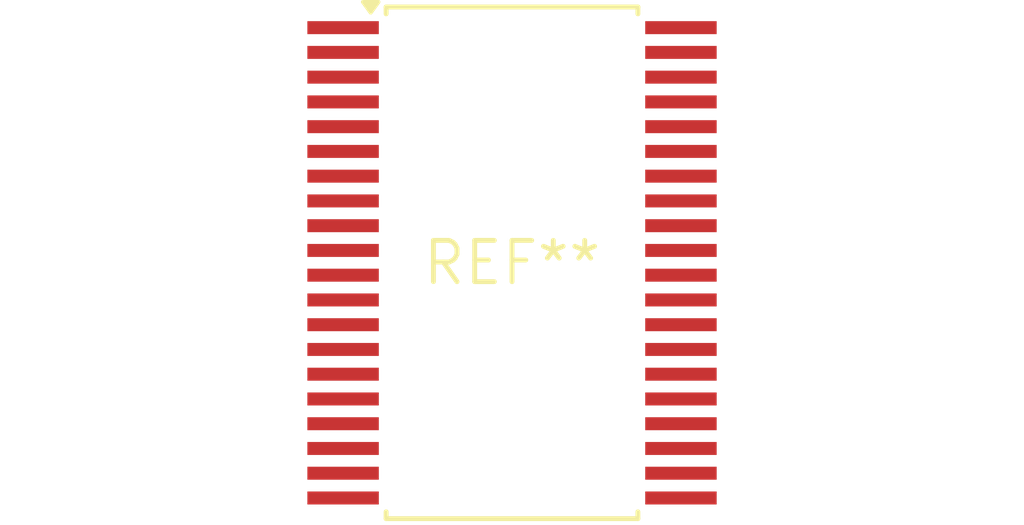
<source format=kicad_pcb>
(kicad_pcb (version 20240108) (generator pcbnew)
  (layers (0 "F.Cu" signal) (31 "B.Cu" signal) (34 "B.Paste" user) (35 "F.Paste" user) (36 "B.SilkS" user "B.Silkscreen") (37 "F.SilkS" user "F.Silkscreen") (38 "B.Mask" user) (39 "F.Mask" user) (44 "Edge.Cuts" user))
  (net 0 "")
  (footprint "VSO-40_7.6x15.4mm_P0.762mm" (layer "F.Cu") (at 0 0)
    (property "Reference" "REF**")
    (property "Value" "VSO-40_7.6x15.4mm_P0.762mm")
    (fp_line (start -3.875 -7.875) (end -3.875 -7.664) (layer "F.SilkS") (stroke (width 0.15)))
    (fp_line (start -3.875 -7.875) (end 3.875 -7.875) (layer "F.SilkS") (stroke (width 0.15)))
    (fp_line (start -3.875 7.875) (end -3.875 7.664) (layer "F.SilkS") (stroke (width 0.15)))
    (fp_line (start -3.875 7.875) (end 3.875 7.875) (layer "F.SilkS") (stroke (width 0.15)))
    (fp_line (start 3.875 -7.875) (end 3.875 -7.664) (layer "F.SilkS") (stroke (width 0.15)))
    (fp_line (start 3.875 7.875) (end 3.875 7.664) (layer "F.SilkS") (stroke (width 0.15)))
    (fp_poly (pts (xy -4.35 -7.7) (xy -4.59 -8.03) (xy -4.11 -8.03) (xy -4.35 -7.7)) (layer "F.SilkS") (stroke (width 0.12)) (fill solid))
    (pad "1" smd rect (at -5.2 -7.239) (size 2.2 0.4) (layers "F.Cu" "F.Paste" "F.Mask"))
    (pad "2" smd rect (at -5.2 -6.477) (size 2.2 0.4) (layers "F.Cu" "F.Paste" "F.Mask"))
    (pad "3" smd rect (at -5.2 -5.715) (size 2.2 0.4) (layers "F.Cu" "F.Paste" "F.Mask"))
    (pad "4" smd rect (at -5.2 -4.953) (size 2.2 0.4) (layers "F.Cu" "F.Paste" "F.Mask"))
    (pad "5" smd rect (at -5.2 -4.191) (size 2.2 0.4) (layers "F.Cu" "F.Paste" "F.Mask"))
    (pad "6" smd rect (at -5.2 -3.429) (size 2.2 0.4) (layers "F.Cu" "F.Paste" "F.Mask"))
    (pad "7" smd rect (at -5.2 -2.667) (size 2.2 0.4) (layers "F.Cu" "F.Paste" "F.Mask"))
    (pad "8" smd rect (at -5.2 -1.905) (size 2.2 0.4) (layers "F.Cu" "F.Paste" "F.Mask"))
    (pad "9" smd rect (at -5.2 -1.143) (size 2.2 0.4) (layers "F.Cu" "F.Paste" "F.Mask"))
    (pad "10" smd rect (at -5.2 -0.381) (size 2.2 0.4) (layers "F.Cu" "F.Paste" "F.Mask"))
    (pad "11" smd rect (at -5.2 0.381) (size 2.2 0.4) (layers "F.Cu" "F.Paste" "F.Mask"))
    (pad "12" smd rect (at -5.2 1.143) (size 2.2 0.4) (layers "F.Cu" "F.Paste" "F.Mask"))
    (pad "13" smd rect (at -5.2 1.905) (size 2.2 0.4) (layers "F.Cu" "F.Paste" "F.Mask"))
    (pad "14" smd rect (at -5.2 2.667) (size 2.2 0.4) (layers "F.Cu" "F.Paste" "F.Mask"))
    (pad "15" smd rect (at -5.2 3.429) (size 2.2 0.4) (layers "F.Cu" "F.Paste" "F.Mask"))
    (pad "16" smd rect (at -5.2 4.191) (size 2.2 0.4) (layers "F.Cu" "F.Paste" "F.Mask"))
    (pad "17" smd rect (at -5.2 4.953) (size 2.2 0.4) (layers "F.Cu" "F.Paste" "F.Mask"))
    (pad "18" smd rect (at -5.2 5.715) (size 2.2 0.4) (layers "F.Cu" "F.Paste" "F.Mask"))
    (pad "19" smd rect (at -5.2 6.477) (size 2.2 0.4) (layers "F.Cu" "F.Paste" "F.Mask"))
    (pad "20" smd rect (at -5.2 7.239) (size 2.2 0.4) (layers "F.Cu" "F.Paste" "F.Mask"))
    (pad "21" smd rect (at 5.2 7.239) (size 2.2 0.4) (layers "F.Cu" "F.Paste" "F.Mask"))
    (pad "22" smd rect (at 5.2 6.477) (size 2.2 0.4) (layers "F.Cu" "F.Paste" "F.Mask"))
    (pad "23" smd rect (at 5.2 5.715) (size 2.2 0.4) (layers "F.Cu" "F.Paste" "F.Mask"))
    (pad "24" smd rect (at 5.2 4.953) (size 2.2 0.4) (layers "F.Cu" "F.Paste" "F.Mask"))
    (pad "25" smd rect (at 5.2 4.191) (size 2.2 0.4) (layers "F.Cu" "F.Paste" "F.Mask"))
    (pad "26" smd rect (at 5.2 3.429) (size 2.2 0.4) (layers "F.Cu" "F.Paste" "F.Mask"))
    (pad "27" smd rect (at 5.2 2.667) (size 2.2 0.4) (layers "F.Cu" "F.Paste" "F.Mask"))
    (pad "28" smd rect (at 5.2 1.905) (size 2.2 0.4) (layers "F.Cu" "F.Paste" "F.Mask"))
    (pad "29" smd rect (at 5.2 1.143) (size 2.2 0.4) (layers "F.Cu" "F.Paste" "F.Mask"))
    (pad "30" smd rect (at 5.2 0.381) (size 2.2 0.4) (layers "F.Cu" "F.Paste" "F.Mask"))
    (pad "31" smd rect (at 5.2 -0.381) (size 2.2 0.4) (layers "F.Cu" "F.Paste" "F.Mask"))
    (pad "32" smd rect (at 5.2 -1.143) (size 2.2 0.4) (layers "F.Cu" "F.Paste" "F.Mask"))
    (pad "33" smd rect (at 5.2 -1.905) (size 2.2 0.4) (layers "F.Cu" "F.Paste" "F.Mask"))
    (pad "34" smd rect (at 5.2 -2.667) (size 2.2 0.4) (layers "F.Cu" "F.Paste" "F.Mask"))
    (pad "35" smd rect (at 5.2 -3.429) (size 2.2 0.4) (layers "F.Cu" "F.Paste" "F.Mask"))
    (pad "36" smd rect (at 5.2 -4.191) (size 2.2 0.4) (layers "F.Cu" "F.Paste" "F.Mask"))
    (pad "37" smd rect (at 5.2 -4.953) (size 2.2 0.4) (layers "F.Cu" "F.Paste" "F.Mask"))
    (pad "38" smd rect (at 5.2 -5.715) (size 2.2 0.4) (layers "F.Cu" "F.Paste" "F.Mask"))
    (pad "39" smd rect (at 5.2 -6.477) (size 2.2 0.4) (layers "F.Cu" "F.Paste" "F.Mask"))
    (pad "40" smd rect (at 5.2 -7.239) (size 2.2 0.4) (layers "F.Cu" "F.Paste" "F.Mask"))
  )
)
</source>
